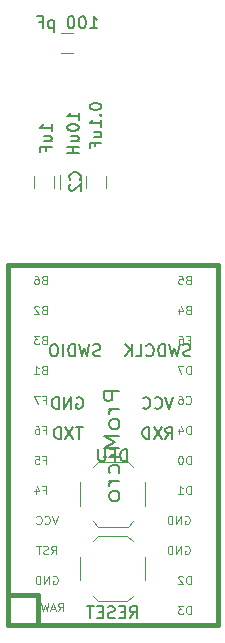
<source format=gbr>
G04 #@! TF.FileFunction,Legend,Bot*
%FSLAX46Y46*%
G04 Gerber Fmt 4.6, Leading zero omitted, Abs format (unit mm)*
G04 Created by KiCad (PCBNEW 4.0.7) date 04/15/18 08:08:41*
%MOMM*%
%LPD*%
G01*
G04 APERTURE LIST*
%ADD10C,0.100000*%
%ADD11C,0.200000*%
%ADD12C,0.120000*%
%ADD13C,0.381000*%
%ADD14C,0.150000*%
%ADD15C,0.203200*%
G04 APERTURE END LIST*
D10*
D11*
X108164047Y-130579762D02*
X108021190Y-130627381D01*
X107783094Y-130627381D01*
X107687856Y-130579762D01*
X107640237Y-130532143D01*
X107592618Y-130436905D01*
X107592618Y-130341667D01*
X107640237Y-130246429D01*
X107687856Y-130198810D01*
X107783094Y-130151190D01*
X107973571Y-130103571D01*
X108068809Y-130055952D01*
X108116428Y-130008333D01*
X108164047Y-129913095D01*
X108164047Y-129817857D01*
X108116428Y-129722619D01*
X108068809Y-129675000D01*
X107973571Y-129627381D01*
X107735475Y-129627381D01*
X107592618Y-129675000D01*
X107259285Y-129627381D02*
X107021190Y-130627381D01*
X106830713Y-129913095D01*
X106640237Y-130627381D01*
X106402142Y-129627381D01*
X106021190Y-130627381D02*
X106021190Y-129627381D01*
X105783095Y-129627381D01*
X105640237Y-129675000D01*
X105544999Y-129770238D01*
X105497380Y-129865476D01*
X105449761Y-130055952D01*
X105449761Y-130198810D01*
X105497380Y-130389286D01*
X105544999Y-130484524D01*
X105640237Y-130579762D01*
X105783095Y-130627381D01*
X106021190Y-130627381D01*
X105021190Y-130627381D02*
X105021190Y-129627381D01*
X104354524Y-129627381D02*
X104164047Y-129627381D01*
X104068809Y-129675000D01*
X103973571Y-129770238D01*
X103925952Y-129960714D01*
X103925952Y-130294048D01*
X103973571Y-130484524D01*
X104068809Y-130579762D01*
X104164047Y-130627381D01*
X104354524Y-130627381D01*
X104449762Y-130579762D01*
X104545000Y-130484524D01*
X104592619Y-130294048D01*
X104592619Y-129960714D01*
X104545000Y-129770238D01*
X104449762Y-129675000D01*
X104354524Y-129627381D01*
X115791905Y-130579762D02*
X115649048Y-130627381D01*
X115410952Y-130627381D01*
X115315714Y-130579762D01*
X115268095Y-130532143D01*
X115220476Y-130436905D01*
X115220476Y-130341667D01*
X115268095Y-130246429D01*
X115315714Y-130198810D01*
X115410952Y-130151190D01*
X115601429Y-130103571D01*
X115696667Y-130055952D01*
X115744286Y-130008333D01*
X115791905Y-129913095D01*
X115791905Y-129817857D01*
X115744286Y-129722619D01*
X115696667Y-129675000D01*
X115601429Y-129627381D01*
X115363333Y-129627381D01*
X115220476Y-129675000D01*
X114887143Y-129627381D02*
X114649048Y-130627381D01*
X114458571Y-129913095D01*
X114268095Y-130627381D01*
X114030000Y-129627381D01*
X113649048Y-130627381D02*
X113649048Y-129627381D01*
X113410953Y-129627381D01*
X113268095Y-129675000D01*
X113172857Y-129770238D01*
X113125238Y-129865476D01*
X113077619Y-130055952D01*
X113077619Y-130198810D01*
X113125238Y-130389286D01*
X113172857Y-130484524D01*
X113268095Y-130579762D01*
X113410953Y-130627381D01*
X113649048Y-130627381D01*
X112077619Y-130532143D02*
X112125238Y-130579762D01*
X112268095Y-130627381D01*
X112363333Y-130627381D01*
X112506191Y-130579762D01*
X112601429Y-130484524D01*
X112649048Y-130389286D01*
X112696667Y-130198810D01*
X112696667Y-130055952D01*
X112649048Y-129865476D01*
X112601429Y-129770238D01*
X112506191Y-129675000D01*
X112363333Y-129627381D01*
X112268095Y-129627381D01*
X112125238Y-129675000D01*
X112077619Y-129722619D01*
X111172857Y-130627381D02*
X111649048Y-130627381D01*
X111649048Y-129627381D01*
X110839524Y-130627381D02*
X110839524Y-129627381D01*
X110268095Y-130627381D02*
X110696667Y-130055952D01*
X110268095Y-129627381D02*
X110839524Y-130198810D01*
X106171904Y-134120000D02*
X106267142Y-134072381D01*
X106409999Y-134072381D01*
X106552857Y-134120000D01*
X106648095Y-134215238D01*
X106695714Y-134310476D01*
X106743333Y-134500952D01*
X106743333Y-134643810D01*
X106695714Y-134834286D01*
X106648095Y-134929524D01*
X106552857Y-135024762D01*
X106409999Y-135072381D01*
X106314761Y-135072381D01*
X106171904Y-135024762D01*
X106124285Y-134977143D01*
X106124285Y-134643810D01*
X106314761Y-134643810D01*
X105695714Y-135072381D02*
X105695714Y-134072381D01*
X105124285Y-135072381D01*
X105124285Y-134072381D01*
X104648095Y-135072381D02*
X104648095Y-134072381D01*
X104410000Y-134072381D01*
X104267142Y-134120000D01*
X104171904Y-134215238D01*
X104124285Y-134310476D01*
X104076666Y-134500952D01*
X104076666Y-134643810D01*
X104124285Y-134834286D01*
X104171904Y-134929524D01*
X104267142Y-135024762D01*
X104410000Y-135072381D01*
X104648095Y-135072381D01*
X114363333Y-134072381D02*
X114030000Y-135072381D01*
X113696666Y-134072381D01*
X112791904Y-134977143D02*
X112839523Y-135024762D01*
X112982380Y-135072381D01*
X113077618Y-135072381D01*
X113220476Y-135024762D01*
X113315714Y-134929524D01*
X113363333Y-134834286D01*
X113410952Y-134643810D01*
X113410952Y-134500952D01*
X113363333Y-134310476D01*
X113315714Y-134215238D01*
X113220476Y-134120000D01*
X113077618Y-134072381D01*
X112982380Y-134072381D01*
X112839523Y-134120000D01*
X112791904Y-134167619D01*
X111791904Y-134977143D02*
X111839523Y-135024762D01*
X111982380Y-135072381D01*
X112077618Y-135072381D01*
X112220476Y-135024762D01*
X112315714Y-134929524D01*
X112363333Y-134834286D01*
X112410952Y-134643810D01*
X112410952Y-134500952D01*
X112363333Y-134310476D01*
X112315714Y-134215238D01*
X112220476Y-134120000D01*
X112077618Y-134072381D01*
X111982380Y-134072381D01*
X111839523Y-134120000D01*
X111791904Y-134167619D01*
X106671905Y-136612381D02*
X106100476Y-136612381D01*
X106386191Y-137612381D02*
X106386191Y-136612381D01*
X105862381Y-136612381D02*
X105195714Y-137612381D01*
X105195714Y-136612381D02*
X105862381Y-137612381D01*
X104814762Y-137612381D02*
X104814762Y-136612381D01*
X104576667Y-136612381D01*
X104433809Y-136660000D01*
X104338571Y-136755238D01*
X104290952Y-136850476D01*
X104243333Y-137040952D01*
X104243333Y-137183810D01*
X104290952Y-137374286D01*
X104338571Y-137469524D01*
X104433809Y-137564762D01*
X104576667Y-137612381D01*
X104814762Y-137612381D01*
X113696666Y-137612381D02*
X114030000Y-137136190D01*
X114268095Y-137612381D02*
X114268095Y-136612381D01*
X113887142Y-136612381D01*
X113791904Y-136660000D01*
X113744285Y-136707619D01*
X113696666Y-136802857D01*
X113696666Y-136945714D01*
X113744285Y-137040952D01*
X113791904Y-137088571D01*
X113887142Y-137136190D01*
X114268095Y-137136190D01*
X113363333Y-136612381D02*
X112696666Y-137612381D01*
X112696666Y-136612381D02*
X113363333Y-137612381D01*
X112315714Y-137612381D02*
X112315714Y-136612381D01*
X112077619Y-136612381D01*
X111934761Y-136660000D01*
X111839523Y-136755238D01*
X111791904Y-136850476D01*
X111744285Y-137040952D01*
X111744285Y-137183810D01*
X111791904Y-137374286D01*
X111839523Y-137469524D01*
X111934761Y-137564762D01*
X112077619Y-137612381D01*
X112315714Y-137612381D01*
D12*
X107531500Y-139995000D02*
X107981500Y-139545000D01*
X110931500Y-139995000D02*
X110481500Y-139545000D01*
X110931500Y-144595000D02*
X110481500Y-145045000D01*
X107531500Y-144595000D02*
X107981500Y-145045000D01*
X111981500Y-143295000D02*
X111981500Y-141295000D01*
X107981500Y-139545000D02*
X110481500Y-139545000D01*
X106481500Y-143295000D02*
X106481500Y-141295000D01*
X107981500Y-145045000D02*
X110481500Y-145045000D01*
D13*
X118110000Y-153416000D02*
X100330000Y-153416000D01*
X100330000Y-153416000D02*
X100330000Y-122936000D01*
X100330000Y-122936000D02*
X118110000Y-122936000D01*
X118110000Y-122936000D02*
X118110000Y-153416000D01*
X102870000Y-153416000D02*
X102870000Y-150876000D01*
X102870000Y-150876000D02*
X100330000Y-150876000D01*
D12*
X102528000Y-116344000D02*
X102528000Y-115344000D01*
X104228000Y-115344000D02*
X104228000Y-116344000D01*
X106544000Y-116471000D02*
X106544000Y-115271000D01*
X104784000Y-115271000D02*
X104784000Y-116471000D01*
X110920000Y-150890000D02*
X110470000Y-151340000D01*
X107520000Y-150890000D02*
X107970000Y-151340000D01*
X107520000Y-146290000D02*
X107970000Y-145840000D01*
X110920000Y-146290000D02*
X110470000Y-145840000D01*
X106470000Y-147590000D02*
X106470000Y-149590000D01*
X110470000Y-151340000D02*
X107970000Y-151340000D01*
X111970000Y-147590000D02*
X111970000Y-149590000D01*
X110470000Y-145840000D02*
X107970000Y-145840000D01*
X106973000Y-116344000D02*
X106973000Y-115344000D01*
X108673000Y-115344000D02*
X108673000Y-116344000D01*
X105890000Y-104990000D02*
X104890000Y-104990000D01*
X104890000Y-103290000D02*
X105890000Y-103290000D01*
D14*
X110445786Y-139517381D02*
X110445786Y-138517381D01*
X110207691Y-138517381D01*
X110064833Y-138565000D01*
X109969595Y-138660238D01*
X109921976Y-138755476D01*
X109874357Y-138945952D01*
X109874357Y-139088810D01*
X109921976Y-139279286D01*
X109969595Y-139374524D01*
X110064833Y-139469762D01*
X110207691Y-139517381D01*
X110445786Y-139517381D01*
X109112452Y-138993571D02*
X109445786Y-138993571D01*
X109445786Y-139517381D02*
X109445786Y-138517381D01*
X108969595Y-138517381D01*
X108588643Y-138517381D02*
X108588643Y-139326905D01*
X108541024Y-139422143D01*
X108493405Y-139469762D01*
X108398167Y-139517381D01*
X108207690Y-139517381D01*
X108112452Y-139469762D01*
X108064833Y-139422143D01*
X108017214Y-139326905D01*
X108017214Y-138517381D01*
D15*
X109794524Y-133567714D02*
X108524524Y-133567714D01*
X108524524Y-134148286D01*
X108585000Y-134293428D01*
X108645476Y-134366000D01*
X108766429Y-134438571D01*
X108947857Y-134438571D01*
X109068810Y-134366000D01*
X109129286Y-134293428D01*
X109189762Y-134148286D01*
X109189762Y-133567714D01*
X109794524Y-135091714D02*
X108947857Y-135091714D01*
X109189762Y-135091714D02*
X109068810Y-135164286D01*
X109008333Y-135236857D01*
X108947857Y-135382000D01*
X108947857Y-135527143D01*
X109794524Y-136252857D02*
X109734048Y-136107715D01*
X109673571Y-136035143D01*
X109552619Y-135962572D01*
X109189762Y-135962572D01*
X109068810Y-136035143D01*
X109008333Y-136107715D01*
X108947857Y-136252857D01*
X108947857Y-136470572D01*
X109008333Y-136615715D01*
X109068810Y-136688286D01*
X109189762Y-136760857D01*
X109552619Y-136760857D01*
X109673571Y-136688286D01*
X109734048Y-136615715D01*
X109794524Y-136470572D01*
X109794524Y-136252857D01*
X109794524Y-137414000D02*
X108524524Y-137414000D01*
X109431667Y-137922000D01*
X108524524Y-138430000D01*
X109794524Y-138430000D01*
X109794524Y-139155714D02*
X108947857Y-139155714D01*
X108524524Y-139155714D02*
X108585000Y-139083143D01*
X108645476Y-139155714D01*
X108585000Y-139228286D01*
X108524524Y-139155714D01*
X108645476Y-139155714D01*
X109734048Y-140534571D02*
X109794524Y-140389428D01*
X109794524Y-140099142D01*
X109734048Y-139954000D01*
X109673571Y-139881428D01*
X109552619Y-139808857D01*
X109189762Y-139808857D01*
X109068810Y-139881428D01*
X109008333Y-139954000D01*
X108947857Y-140099142D01*
X108947857Y-140389428D01*
X109008333Y-140534571D01*
X109794524Y-141187714D02*
X108947857Y-141187714D01*
X109189762Y-141187714D02*
X109068810Y-141260286D01*
X109008333Y-141332857D01*
X108947857Y-141478000D01*
X108947857Y-141623143D01*
X109794524Y-142348857D02*
X109734048Y-142203715D01*
X109673571Y-142131143D01*
X109552619Y-142058572D01*
X109189762Y-142058572D01*
X109068810Y-142131143D01*
X109008333Y-142203715D01*
X108947857Y-142348857D01*
X108947857Y-142566572D01*
X109008333Y-142711715D01*
X109068810Y-142784286D01*
X109189762Y-142856857D01*
X109552619Y-142856857D01*
X109673571Y-142784286D01*
X109734048Y-142711715D01*
X109794524Y-142566572D01*
X109794524Y-142348857D01*
D10*
X115599333Y-124156000D02*
X115499333Y-124189333D01*
X115466000Y-124222667D01*
X115432666Y-124289333D01*
X115432666Y-124389333D01*
X115466000Y-124456000D01*
X115499333Y-124489333D01*
X115566000Y-124522667D01*
X115832666Y-124522667D01*
X115832666Y-123822667D01*
X115599333Y-123822667D01*
X115532666Y-123856000D01*
X115499333Y-123889333D01*
X115466000Y-123956000D01*
X115466000Y-124022667D01*
X115499333Y-124089333D01*
X115532666Y-124122667D01*
X115599333Y-124156000D01*
X115832666Y-124156000D01*
X114799333Y-123822667D02*
X115132666Y-123822667D01*
X115166000Y-124156000D01*
X115132666Y-124122667D01*
X115066000Y-124089333D01*
X114899333Y-124089333D01*
X114832666Y-124122667D01*
X114799333Y-124156000D01*
X114766000Y-124222667D01*
X114766000Y-124389333D01*
X114799333Y-124456000D01*
X114832666Y-124489333D01*
X114899333Y-124522667D01*
X115066000Y-124522667D01*
X115132666Y-124489333D01*
X115166000Y-124456000D01*
X115599333Y-126696000D02*
X115499333Y-126729333D01*
X115466000Y-126762667D01*
X115432666Y-126829333D01*
X115432666Y-126929333D01*
X115466000Y-126996000D01*
X115499333Y-127029333D01*
X115566000Y-127062667D01*
X115832666Y-127062667D01*
X115832666Y-126362667D01*
X115599333Y-126362667D01*
X115532666Y-126396000D01*
X115499333Y-126429333D01*
X115466000Y-126496000D01*
X115466000Y-126562667D01*
X115499333Y-126629333D01*
X115532666Y-126662667D01*
X115599333Y-126696000D01*
X115832666Y-126696000D01*
X114832666Y-126596000D02*
X114832666Y-127062667D01*
X114999333Y-126329333D02*
X115166000Y-126829333D01*
X114732666Y-126829333D01*
X115799333Y-129236000D02*
X115566000Y-129236000D01*
X115466000Y-129602667D02*
X115799333Y-129602667D01*
X115799333Y-128902667D01*
X115466000Y-128902667D01*
X114866000Y-128902667D02*
X114999334Y-128902667D01*
X115066000Y-128936000D01*
X115099334Y-128969333D01*
X115166000Y-129069333D01*
X115199334Y-129202667D01*
X115199334Y-129469333D01*
X115166000Y-129536000D01*
X115132667Y-129569333D01*
X115066000Y-129602667D01*
X114932667Y-129602667D01*
X114866000Y-129569333D01*
X114832667Y-129536000D01*
X114799334Y-129469333D01*
X114799334Y-129302667D01*
X114832667Y-129236000D01*
X114866000Y-129202667D01*
X114932667Y-129169333D01*
X115066000Y-129169333D01*
X115132667Y-129202667D01*
X115166000Y-129236000D01*
X115199334Y-129302667D01*
X115832666Y-132142667D02*
X115832666Y-131442667D01*
X115666000Y-131442667D01*
X115566000Y-131476000D01*
X115499333Y-131542667D01*
X115466000Y-131609333D01*
X115432666Y-131742667D01*
X115432666Y-131842667D01*
X115466000Y-131976000D01*
X115499333Y-132042667D01*
X115566000Y-132109333D01*
X115666000Y-132142667D01*
X115832666Y-132142667D01*
X115199333Y-131442667D02*
X114732666Y-131442667D01*
X115032666Y-132142667D01*
X115432666Y-134616000D02*
X115466000Y-134649333D01*
X115566000Y-134682667D01*
X115632666Y-134682667D01*
X115732666Y-134649333D01*
X115799333Y-134582667D01*
X115832666Y-134516000D01*
X115866000Y-134382667D01*
X115866000Y-134282667D01*
X115832666Y-134149333D01*
X115799333Y-134082667D01*
X115732666Y-134016000D01*
X115632666Y-133982667D01*
X115566000Y-133982667D01*
X115466000Y-134016000D01*
X115432666Y-134049333D01*
X114832666Y-133982667D02*
X114966000Y-133982667D01*
X115032666Y-134016000D01*
X115066000Y-134049333D01*
X115132666Y-134149333D01*
X115166000Y-134282667D01*
X115166000Y-134549333D01*
X115132666Y-134616000D01*
X115099333Y-134649333D01*
X115032666Y-134682667D01*
X114899333Y-134682667D01*
X114832666Y-134649333D01*
X114799333Y-134616000D01*
X114766000Y-134549333D01*
X114766000Y-134382667D01*
X114799333Y-134316000D01*
X114832666Y-134282667D01*
X114899333Y-134249333D01*
X115032666Y-134249333D01*
X115099333Y-134282667D01*
X115132666Y-134316000D01*
X115166000Y-134382667D01*
X115832666Y-137222667D02*
X115832666Y-136522667D01*
X115666000Y-136522667D01*
X115566000Y-136556000D01*
X115499333Y-136622667D01*
X115466000Y-136689333D01*
X115432666Y-136822667D01*
X115432666Y-136922667D01*
X115466000Y-137056000D01*
X115499333Y-137122667D01*
X115566000Y-137189333D01*
X115666000Y-137222667D01*
X115832666Y-137222667D01*
X114832666Y-136756000D02*
X114832666Y-137222667D01*
X114999333Y-136489333D02*
X115166000Y-136989333D01*
X114732666Y-136989333D01*
X115832666Y-139762667D02*
X115832666Y-139062667D01*
X115666000Y-139062667D01*
X115566000Y-139096000D01*
X115499333Y-139162667D01*
X115466000Y-139229333D01*
X115432666Y-139362667D01*
X115432666Y-139462667D01*
X115466000Y-139596000D01*
X115499333Y-139662667D01*
X115566000Y-139729333D01*
X115666000Y-139762667D01*
X115832666Y-139762667D01*
X114999333Y-139062667D02*
X114932666Y-139062667D01*
X114866000Y-139096000D01*
X114832666Y-139129333D01*
X114799333Y-139196000D01*
X114766000Y-139329333D01*
X114766000Y-139496000D01*
X114799333Y-139629333D01*
X114832666Y-139696000D01*
X114866000Y-139729333D01*
X114932666Y-139762667D01*
X114999333Y-139762667D01*
X115066000Y-139729333D01*
X115099333Y-139696000D01*
X115132666Y-139629333D01*
X115166000Y-139496000D01*
X115166000Y-139329333D01*
X115132666Y-139196000D01*
X115099333Y-139129333D01*
X115066000Y-139096000D01*
X114999333Y-139062667D01*
X115832666Y-142302667D02*
X115832666Y-141602667D01*
X115666000Y-141602667D01*
X115566000Y-141636000D01*
X115499333Y-141702667D01*
X115466000Y-141769333D01*
X115432666Y-141902667D01*
X115432666Y-142002667D01*
X115466000Y-142136000D01*
X115499333Y-142202667D01*
X115566000Y-142269333D01*
X115666000Y-142302667D01*
X115832666Y-142302667D01*
X114766000Y-142302667D02*
X115166000Y-142302667D01*
X114966000Y-142302667D02*
X114966000Y-141602667D01*
X115032666Y-141702667D01*
X115099333Y-141769333D01*
X115166000Y-141802667D01*
X115341333Y-144176000D02*
X115407999Y-144142667D01*
X115507999Y-144142667D01*
X115607999Y-144176000D01*
X115674666Y-144242667D01*
X115707999Y-144309333D01*
X115741333Y-144442667D01*
X115741333Y-144542667D01*
X115707999Y-144676000D01*
X115674666Y-144742667D01*
X115607999Y-144809333D01*
X115507999Y-144842667D01*
X115441333Y-144842667D01*
X115341333Y-144809333D01*
X115307999Y-144776000D01*
X115307999Y-144542667D01*
X115441333Y-144542667D01*
X115007999Y-144842667D02*
X115007999Y-144142667D01*
X114607999Y-144842667D01*
X114607999Y-144142667D01*
X114274666Y-144842667D02*
X114274666Y-144142667D01*
X114108000Y-144142667D01*
X114008000Y-144176000D01*
X113941333Y-144242667D01*
X113908000Y-144309333D01*
X113874666Y-144442667D01*
X113874666Y-144542667D01*
X113908000Y-144676000D01*
X113941333Y-144742667D01*
X114008000Y-144809333D01*
X114108000Y-144842667D01*
X114274666Y-144842667D01*
X115341333Y-146716000D02*
X115407999Y-146682667D01*
X115507999Y-146682667D01*
X115607999Y-146716000D01*
X115674666Y-146782667D01*
X115707999Y-146849333D01*
X115741333Y-146982667D01*
X115741333Y-147082667D01*
X115707999Y-147216000D01*
X115674666Y-147282667D01*
X115607999Y-147349333D01*
X115507999Y-147382667D01*
X115441333Y-147382667D01*
X115341333Y-147349333D01*
X115307999Y-147316000D01*
X115307999Y-147082667D01*
X115441333Y-147082667D01*
X115007999Y-147382667D02*
X115007999Y-146682667D01*
X114607999Y-147382667D01*
X114607999Y-146682667D01*
X114274666Y-147382667D02*
X114274666Y-146682667D01*
X114108000Y-146682667D01*
X114008000Y-146716000D01*
X113941333Y-146782667D01*
X113908000Y-146849333D01*
X113874666Y-146982667D01*
X113874666Y-147082667D01*
X113908000Y-147216000D01*
X113941333Y-147282667D01*
X114008000Y-147349333D01*
X114108000Y-147382667D01*
X114274666Y-147382667D01*
X115832666Y-149922667D02*
X115832666Y-149222667D01*
X115666000Y-149222667D01*
X115566000Y-149256000D01*
X115499333Y-149322667D01*
X115466000Y-149389333D01*
X115432666Y-149522667D01*
X115432666Y-149622667D01*
X115466000Y-149756000D01*
X115499333Y-149822667D01*
X115566000Y-149889333D01*
X115666000Y-149922667D01*
X115832666Y-149922667D01*
X115166000Y-149289333D02*
X115132666Y-149256000D01*
X115066000Y-149222667D01*
X114899333Y-149222667D01*
X114832666Y-149256000D01*
X114799333Y-149289333D01*
X114766000Y-149356000D01*
X114766000Y-149422667D01*
X114799333Y-149522667D01*
X115199333Y-149922667D01*
X114766000Y-149922667D01*
X115832666Y-152462667D02*
X115832666Y-151762667D01*
X115666000Y-151762667D01*
X115566000Y-151796000D01*
X115499333Y-151862667D01*
X115466000Y-151929333D01*
X115432666Y-152062667D01*
X115432666Y-152162667D01*
X115466000Y-152296000D01*
X115499333Y-152362667D01*
X115566000Y-152429333D01*
X115666000Y-152462667D01*
X115832666Y-152462667D01*
X115199333Y-151762667D02*
X114766000Y-151762667D01*
X114999333Y-152029333D01*
X114899333Y-152029333D01*
X114832666Y-152062667D01*
X114799333Y-152096000D01*
X114766000Y-152162667D01*
X114766000Y-152329333D01*
X114799333Y-152396000D01*
X114832666Y-152429333D01*
X114899333Y-152462667D01*
X115099333Y-152462667D01*
X115166000Y-152429333D01*
X115199333Y-152396000D01*
X103407333Y-124156000D02*
X103307333Y-124189333D01*
X103274000Y-124222667D01*
X103240666Y-124289333D01*
X103240666Y-124389333D01*
X103274000Y-124456000D01*
X103307333Y-124489333D01*
X103374000Y-124522667D01*
X103640666Y-124522667D01*
X103640666Y-123822667D01*
X103407333Y-123822667D01*
X103340666Y-123856000D01*
X103307333Y-123889333D01*
X103274000Y-123956000D01*
X103274000Y-124022667D01*
X103307333Y-124089333D01*
X103340666Y-124122667D01*
X103407333Y-124156000D01*
X103640666Y-124156000D01*
X102640666Y-123822667D02*
X102774000Y-123822667D01*
X102840666Y-123856000D01*
X102874000Y-123889333D01*
X102940666Y-123989333D01*
X102974000Y-124122667D01*
X102974000Y-124389333D01*
X102940666Y-124456000D01*
X102907333Y-124489333D01*
X102840666Y-124522667D01*
X102707333Y-124522667D01*
X102640666Y-124489333D01*
X102607333Y-124456000D01*
X102574000Y-124389333D01*
X102574000Y-124222667D01*
X102607333Y-124156000D01*
X102640666Y-124122667D01*
X102707333Y-124089333D01*
X102840666Y-124089333D01*
X102907333Y-124122667D01*
X102940666Y-124156000D01*
X102974000Y-124222667D01*
X103407333Y-126696000D02*
X103307333Y-126729333D01*
X103274000Y-126762667D01*
X103240666Y-126829333D01*
X103240666Y-126929333D01*
X103274000Y-126996000D01*
X103307333Y-127029333D01*
X103374000Y-127062667D01*
X103640666Y-127062667D01*
X103640666Y-126362667D01*
X103407333Y-126362667D01*
X103340666Y-126396000D01*
X103307333Y-126429333D01*
X103274000Y-126496000D01*
X103274000Y-126562667D01*
X103307333Y-126629333D01*
X103340666Y-126662667D01*
X103407333Y-126696000D01*
X103640666Y-126696000D01*
X102974000Y-126429333D02*
X102940666Y-126396000D01*
X102874000Y-126362667D01*
X102707333Y-126362667D01*
X102640666Y-126396000D01*
X102607333Y-126429333D01*
X102574000Y-126496000D01*
X102574000Y-126562667D01*
X102607333Y-126662667D01*
X103007333Y-127062667D01*
X102574000Y-127062667D01*
X103407333Y-129236000D02*
X103307333Y-129269333D01*
X103274000Y-129302667D01*
X103240666Y-129369333D01*
X103240666Y-129469333D01*
X103274000Y-129536000D01*
X103307333Y-129569333D01*
X103374000Y-129602667D01*
X103640666Y-129602667D01*
X103640666Y-128902667D01*
X103407333Y-128902667D01*
X103340666Y-128936000D01*
X103307333Y-128969333D01*
X103274000Y-129036000D01*
X103274000Y-129102667D01*
X103307333Y-129169333D01*
X103340666Y-129202667D01*
X103407333Y-129236000D01*
X103640666Y-129236000D01*
X103007333Y-128902667D02*
X102574000Y-128902667D01*
X102807333Y-129169333D01*
X102707333Y-129169333D01*
X102640666Y-129202667D01*
X102607333Y-129236000D01*
X102574000Y-129302667D01*
X102574000Y-129469333D01*
X102607333Y-129536000D01*
X102640666Y-129569333D01*
X102707333Y-129602667D01*
X102907333Y-129602667D01*
X102974000Y-129569333D01*
X103007333Y-129536000D01*
X103407333Y-131776000D02*
X103307333Y-131809333D01*
X103274000Y-131842667D01*
X103240666Y-131909333D01*
X103240666Y-132009333D01*
X103274000Y-132076000D01*
X103307333Y-132109333D01*
X103374000Y-132142667D01*
X103640666Y-132142667D01*
X103640666Y-131442667D01*
X103407333Y-131442667D01*
X103340666Y-131476000D01*
X103307333Y-131509333D01*
X103274000Y-131576000D01*
X103274000Y-131642667D01*
X103307333Y-131709333D01*
X103340666Y-131742667D01*
X103407333Y-131776000D01*
X103640666Y-131776000D01*
X102574000Y-132142667D02*
X102974000Y-132142667D01*
X102774000Y-132142667D02*
X102774000Y-131442667D01*
X102840666Y-131542667D01*
X102907333Y-131609333D01*
X102974000Y-131642667D01*
X103357333Y-136856000D02*
X103590666Y-136856000D01*
X103590666Y-137222667D02*
X103590666Y-136522667D01*
X103257333Y-136522667D01*
X102690666Y-136522667D02*
X102824000Y-136522667D01*
X102890666Y-136556000D01*
X102924000Y-136589333D01*
X102990666Y-136689333D01*
X103024000Y-136822667D01*
X103024000Y-137089333D01*
X102990666Y-137156000D01*
X102957333Y-137189333D01*
X102890666Y-137222667D01*
X102757333Y-137222667D01*
X102690666Y-137189333D01*
X102657333Y-137156000D01*
X102624000Y-137089333D01*
X102624000Y-136922667D01*
X102657333Y-136856000D01*
X102690666Y-136822667D01*
X102757333Y-136789333D01*
X102890666Y-136789333D01*
X102957333Y-136822667D01*
X102990666Y-136856000D01*
X103024000Y-136922667D01*
X103357333Y-134316000D02*
X103590666Y-134316000D01*
X103590666Y-134682667D02*
X103590666Y-133982667D01*
X103257333Y-133982667D01*
X103057333Y-133982667D02*
X102590666Y-133982667D01*
X102890666Y-134682667D01*
X103357333Y-139396000D02*
X103590666Y-139396000D01*
X103590666Y-139762667D02*
X103590666Y-139062667D01*
X103257333Y-139062667D01*
X102657333Y-139062667D02*
X102990666Y-139062667D01*
X103024000Y-139396000D01*
X102990666Y-139362667D01*
X102924000Y-139329333D01*
X102757333Y-139329333D01*
X102690666Y-139362667D01*
X102657333Y-139396000D01*
X102624000Y-139462667D01*
X102624000Y-139629333D01*
X102657333Y-139696000D01*
X102690666Y-139729333D01*
X102757333Y-139762667D01*
X102924000Y-139762667D01*
X102990666Y-139729333D01*
X103024000Y-139696000D01*
X103357333Y-141936000D02*
X103590666Y-141936000D01*
X103590666Y-142302667D02*
X103590666Y-141602667D01*
X103257333Y-141602667D01*
X102690666Y-141836000D02*
X102690666Y-142302667D01*
X102857333Y-141569333D02*
X103024000Y-142069333D01*
X102590666Y-142069333D01*
X104565333Y-144142667D02*
X104332000Y-144842667D01*
X104098667Y-144142667D01*
X103465333Y-144776000D02*
X103498667Y-144809333D01*
X103598667Y-144842667D01*
X103665333Y-144842667D01*
X103765333Y-144809333D01*
X103832000Y-144742667D01*
X103865333Y-144676000D01*
X103898667Y-144542667D01*
X103898667Y-144442667D01*
X103865333Y-144309333D01*
X103832000Y-144242667D01*
X103765333Y-144176000D01*
X103665333Y-144142667D01*
X103598667Y-144142667D01*
X103498667Y-144176000D01*
X103465333Y-144209333D01*
X102765333Y-144776000D02*
X102798667Y-144809333D01*
X102898667Y-144842667D01*
X102965333Y-144842667D01*
X103065333Y-144809333D01*
X103132000Y-144742667D01*
X103165333Y-144676000D01*
X103198667Y-144542667D01*
X103198667Y-144442667D01*
X103165333Y-144309333D01*
X103132000Y-144242667D01*
X103065333Y-144176000D01*
X102965333Y-144142667D01*
X102898667Y-144142667D01*
X102798667Y-144176000D01*
X102765333Y-144209333D01*
X104015333Y-147382667D02*
X104248667Y-147049333D01*
X104415333Y-147382667D02*
X104415333Y-146682667D01*
X104148667Y-146682667D01*
X104082000Y-146716000D01*
X104048667Y-146749333D01*
X104015333Y-146816000D01*
X104015333Y-146916000D01*
X104048667Y-146982667D01*
X104082000Y-147016000D01*
X104148667Y-147049333D01*
X104415333Y-147049333D01*
X103748667Y-147349333D02*
X103648667Y-147382667D01*
X103482000Y-147382667D01*
X103415333Y-147349333D01*
X103382000Y-147316000D01*
X103348667Y-147249333D01*
X103348667Y-147182667D01*
X103382000Y-147116000D01*
X103415333Y-147082667D01*
X103482000Y-147049333D01*
X103615333Y-147016000D01*
X103682000Y-146982667D01*
X103715333Y-146949333D01*
X103748667Y-146882667D01*
X103748667Y-146816000D01*
X103715333Y-146749333D01*
X103682000Y-146716000D01*
X103615333Y-146682667D01*
X103448667Y-146682667D01*
X103348667Y-146716000D01*
X103148666Y-146682667D02*
X102748666Y-146682667D01*
X102948666Y-147382667D02*
X102948666Y-146682667D01*
X104165333Y-149256000D02*
X104231999Y-149222667D01*
X104331999Y-149222667D01*
X104431999Y-149256000D01*
X104498666Y-149322667D01*
X104531999Y-149389333D01*
X104565333Y-149522667D01*
X104565333Y-149622667D01*
X104531999Y-149756000D01*
X104498666Y-149822667D01*
X104431999Y-149889333D01*
X104331999Y-149922667D01*
X104265333Y-149922667D01*
X104165333Y-149889333D01*
X104131999Y-149856000D01*
X104131999Y-149622667D01*
X104265333Y-149622667D01*
X103831999Y-149922667D02*
X103831999Y-149222667D01*
X103431999Y-149922667D01*
X103431999Y-149222667D01*
X103098666Y-149922667D02*
X103098666Y-149222667D01*
X102932000Y-149222667D01*
X102832000Y-149256000D01*
X102765333Y-149322667D01*
X102732000Y-149389333D01*
X102698666Y-149522667D01*
X102698666Y-149622667D01*
X102732000Y-149756000D01*
X102765333Y-149822667D01*
X102832000Y-149889333D01*
X102932000Y-149922667D01*
X103098666Y-149922667D01*
X104623333Y-152208667D02*
X104856667Y-151875333D01*
X105023333Y-152208667D02*
X105023333Y-151508667D01*
X104756667Y-151508667D01*
X104690000Y-151542000D01*
X104656667Y-151575333D01*
X104623333Y-151642000D01*
X104623333Y-151742000D01*
X104656667Y-151808667D01*
X104690000Y-151842000D01*
X104756667Y-151875333D01*
X105023333Y-151875333D01*
X104356667Y-152008667D02*
X104023333Y-152008667D01*
X104423333Y-152208667D02*
X104190000Y-151508667D01*
X103956667Y-152208667D01*
X103790000Y-151508667D02*
X103623333Y-152208667D01*
X103490000Y-151708667D01*
X103356667Y-152208667D01*
X103190000Y-151508667D01*
D14*
X104084381Y-111545762D02*
X104084381Y-110974333D01*
X104084381Y-111260047D02*
X103084381Y-111260047D01*
X103227238Y-111164809D01*
X103322476Y-111069571D01*
X103370095Y-110974333D01*
X103417714Y-112402905D02*
X104084381Y-112402905D01*
X103417714Y-111974333D02*
X103941524Y-111974333D01*
X104036762Y-112021952D01*
X104084381Y-112117190D01*
X104084381Y-112260048D01*
X104036762Y-112355286D01*
X103989143Y-112402905D01*
X103560571Y-113212429D02*
X103560571Y-112879095D01*
X104084381Y-112879095D02*
X103084381Y-112879095D01*
X103084381Y-113355286D01*
X106370381Y-110593334D02*
X106370381Y-110021905D01*
X106370381Y-110307619D02*
X105370381Y-110307619D01*
X105513238Y-110212381D01*
X105608476Y-110117143D01*
X105656095Y-110021905D01*
X105370381Y-111212381D02*
X105370381Y-111307620D01*
X105418000Y-111402858D01*
X105465619Y-111450477D01*
X105560857Y-111498096D01*
X105751333Y-111545715D01*
X105989429Y-111545715D01*
X106179905Y-111498096D01*
X106275143Y-111450477D01*
X106322762Y-111402858D01*
X106370381Y-111307620D01*
X106370381Y-111212381D01*
X106322762Y-111117143D01*
X106275143Y-111069524D01*
X106179905Y-111021905D01*
X105989429Y-110974286D01*
X105751333Y-110974286D01*
X105560857Y-111021905D01*
X105465619Y-111069524D01*
X105418000Y-111117143D01*
X105370381Y-111212381D01*
X105703714Y-112402858D02*
X106370381Y-112402858D01*
X105703714Y-111974286D02*
X106227524Y-111974286D01*
X106322762Y-112021905D01*
X106370381Y-112117143D01*
X106370381Y-112260001D01*
X106322762Y-112355239D01*
X106275143Y-112402858D01*
X106370381Y-112879048D02*
X105370381Y-112879048D01*
X105846571Y-112879048D02*
X105846571Y-113450477D01*
X106370381Y-113450477D02*
X105370381Y-113450477D01*
X110672381Y-152792381D02*
X111005715Y-152316190D01*
X111243810Y-152792381D02*
X111243810Y-151792381D01*
X110862857Y-151792381D01*
X110767619Y-151840000D01*
X110720000Y-151887619D01*
X110672381Y-151982857D01*
X110672381Y-152125714D01*
X110720000Y-152220952D01*
X110767619Y-152268571D01*
X110862857Y-152316190D01*
X111243810Y-152316190D01*
X110243810Y-152268571D02*
X109910476Y-152268571D01*
X109767619Y-152792381D02*
X110243810Y-152792381D01*
X110243810Y-151792381D01*
X109767619Y-151792381D01*
X109386667Y-152744762D02*
X109243810Y-152792381D01*
X109005714Y-152792381D01*
X108910476Y-152744762D01*
X108862857Y-152697143D01*
X108815238Y-152601905D01*
X108815238Y-152506667D01*
X108862857Y-152411429D01*
X108910476Y-152363810D01*
X109005714Y-152316190D01*
X109196191Y-152268571D01*
X109291429Y-152220952D01*
X109339048Y-152173333D01*
X109386667Y-152078095D01*
X109386667Y-151982857D01*
X109339048Y-151887619D01*
X109291429Y-151840000D01*
X109196191Y-151792381D01*
X108958095Y-151792381D01*
X108815238Y-151840000D01*
X108386667Y-152268571D02*
X108053333Y-152268571D01*
X107910476Y-152792381D02*
X108386667Y-152792381D01*
X108386667Y-151792381D01*
X107910476Y-151792381D01*
X107624762Y-151792381D02*
X107053333Y-151792381D01*
X107339048Y-152792381D02*
X107339048Y-151792381D01*
X106430143Y-115677334D02*
X106477762Y-115629715D01*
X106525381Y-115486858D01*
X106525381Y-115391620D01*
X106477762Y-115248762D01*
X106382524Y-115153524D01*
X106287286Y-115105905D01*
X106096810Y-115058286D01*
X105953952Y-115058286D01*
X105763476Y-115105905D01*
X105668238Y-115153524D01*
X105573000Y-115248762D01*
X105525381Y-115391620D01*
X105525381Y-115486858D01*
X105573000Y-115629715D01*
X105620619Y-115677334D01*
X105620619Y-116058286D02*
X105573000Y-116105905D01*
X105525381Y-116201143D01*
X105525381Y-116439239D01*
X105573000Y-116534477D01*
X105620619Y-116582096D01*
X105715857Y-116629715D01*
X105811095Y-116629715D01*
X105953952Y-116582096D01*
X106525381Y-116010667D01*
X106525381Y-116629715D01*
X107275381Y-109436143D02*
X107275381Y-109531382D01*
X107323000Y-109626620D01*
X107370619Y-109674239D01*
X107465857Y-109721858D01*
X107656333Y-109769477D01*
X107894429Y-109769477D01*
X108084905Y-109721858D01*
X108180143Y-109674239D01*
X108227762Y-109626620D01*
X108275381Y-109531382D01*
X108275381Y-109436143D01*
X108227762Y-109340905D01*
X108180143Y-109293286D01*
X108084905Y-109245667D01*
X107894429Y-109198048D01*
X107656333Y-109198048D01*
X107465857Y-109245667D01*
X107370619Y-109293286D01*
X107323000Y-109340905D01*
X107275381Y-109436143D01*
X108180143Y-110198048D02*
X108227762Y-110245667D01*
X108275381Y-110198048D01*
X108227762Y-110150429D01*
X108180143Y-110198048D01*
X108275381Y-110198048D01*
X108275381Y-111198048D02*
X108275381Y-110626619D01*
X108275381Y-110912333D02*
X107275381Y-110912333D01*
X107418238Y-110817095D01*
X107513476Y-110721857D01*
X107561095Y-110626619D01*
X107608714Y-112055191D02*
X108275381Y-112055191D01*
X107608714Y-111626619D02*
X108132524Y-111626619D01*
X108227762Y-111674238D01*
X108275381Y-111769476D01*
X108275381Y-111912334D01*
X108227762Y-112007572D01*
X108180143Y-112055191D01*
X107751571Y-112864715D02*
X107751571Y-112531381D01*
X108275381Y-112531381D02*
X107275381Y-112531381D01*
X107275381Y-113007572D01*
X107318571Y-102842381D02*
X107890000Y-102842381D01*
X107604286Y-102842381D02*
X107604286Y-101842381D01*
X107699524Y-101985238D01*
X107794762Y-102080476D01*
X107890000Y-102128095D01*
X106699524Y-101842381D02*
X106604285Y-101842381D01*
X106509047Y-101890000D01*
X106461428Y-101937619D01*
X106413809Y-102032857D01*
X106366190Y-102223333D01*
X106366190Y-102461429D01*
X106413809Y-102651905D01*
X106461428Y-102747143D01*
X106509047Y-102794762D01*
X106604285Y-102842381D01*
X106699524Y-102842381D01*
X106794762Y-102794762D01*
X106842381Y-102747143D01*
X106890000Y-102651905D01*
X106937619Y-102461429D01*
X106937619Y-102223333D01*
X106890000Y-102032857D01*
X106842381Y-101937619D01*
X106794762Y-101890000D01*
X106699524Y-101842381D01*
X105747143Y-101842381D02*
X105651904Y-101842381D01*
X105556666Y-101890000D01*
X105509047Y-101937619D01*
X105461428Y-102032857D01*
X105413809Y-102223333D01*
X105413809Y-102461429D01*
X105461428Y-102651905D01*
X105509047Y-102747143D01*
X105556666Y-102794762D01*
X105651904Y-102842381D01*
X105747143Y-102842381D01*
X105842381Y-102794762D01*
X105890000Y-102747143D01*
X105937619Y-102651905D01*
X105985238Y-102461429D01*
X105985238Y-102223333D01*
X105937619Y-102032857D01*
X105890000Y-101937619D01*
X105842381Y-101890000D01*
X105747143Y-101842381D01*
X104223333Y-102175714D02*
X104223333Y-103175714D01*
X104223333Y-102223333D02*
X104128095Y-102175714D01*
X103937618Y-102175714D01*
X103842380Y-102223333D01*
X103794761Y-102270952D01*
X103747142Y-102366190D01*
X103747142Y-102651905D01*
X103794761Y-102747143D01*
X103842380Y-102794762D01*
X103937618Y-102842381D01*
X104128095Y-102842381D01*
X104223333Y-102794762D01*
X102985237Y-102318571D02*
X103318571Y-102318571D01*
X103318571Y-102842381D02*
X103318571Y-101842381D01*
X102842380Y-101842381D01*
M02*

</source>
